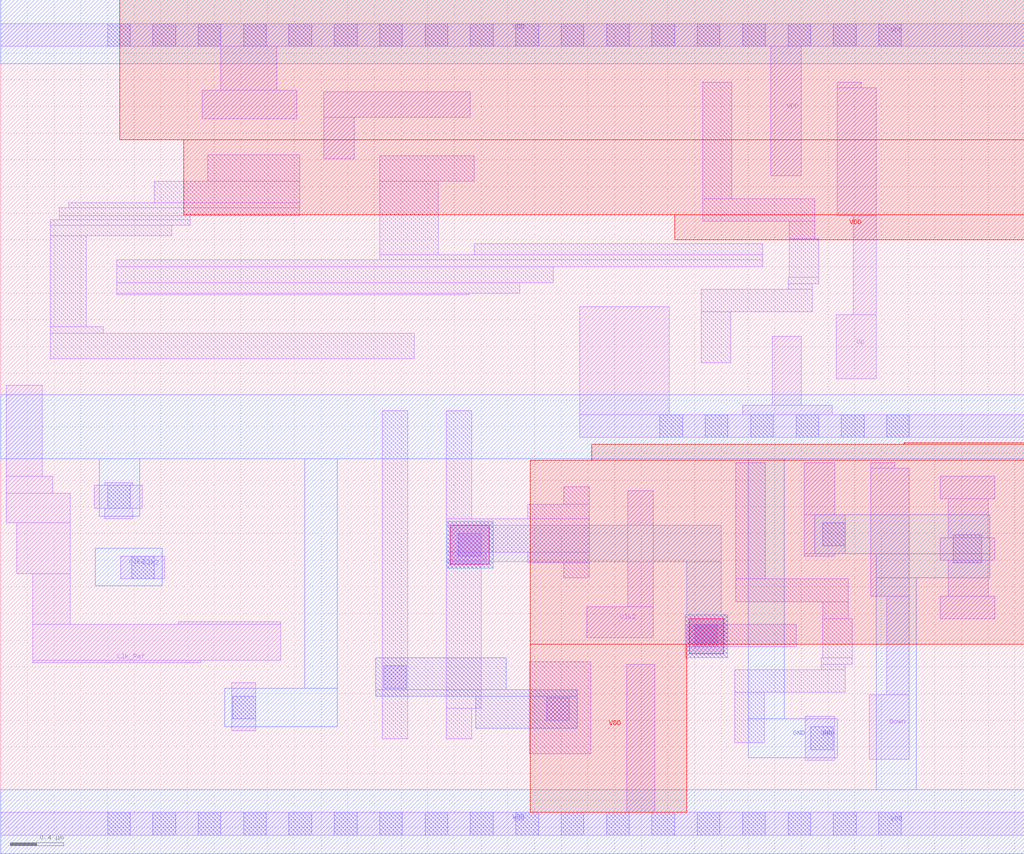
<source format=lef>
VERSION 5.7 ;
  NOWIREEXTENSIONATPIN ON ;
  DIVIDERCHAR "/" ;
  BUSBITCHARS "[]" ;
MACRO PFD
  CLASS CORE ;
  FOREIGN PFD ;
  ORIGIN 0.000 0.000 ;
  SIZE 7.670 BY 6.400 ;
  SITE unithddb1 ;
  PIN Clk_Ref
    DIRECTION INPUT ;
    USE SIGNAL ;
    ANTENNAGATEAREA 0.879000 ;
    ANTENNADIFFAREA 0.214500 ;
    PORT
      LAYER li1 ;
        RECT 2.420 5.520 3.520 5.710 ;
        RECT 2.420 5.210 2.650 5.520 ;
        RECT 0.040 2.830 0.310 3.510 ;
        RECT 0.040 2.700 0.390 2.830 ;
        RECT 0.040 2.480 0.520 2.700 ;
        RECT 0.120 2.100 0.520 2.480 ;
        RECT 0.240 1.720 0.520 2.100 ;
        RECT 1.330 1.720 2.100 1.740 ;
        RECT 0.240 1.450 2.100 1.720 ;
        RECT 0.240 1.430 1.500 1.450 ;
    END
  END Clk_Ref
  PIN Up
    DIRECTION OUTPUT ;
    USE SIGNAL ;
    ANTENNADIFFAREA 0.427200 ;
    PORT
      LAYER li1 ;
        RECT 6.270 5.740 6.450 5.780 ;
        RECT 6.270 4.780 6.560 5.740 ;
        RECT 6.390 4.040 6.560 4.780 ;
        RECT 6.260 3.560 6.560 4.040 ;
    END
  END Up
  PIN Down
    DIRECTION OUTPUT ;
    USE SIGNAL ;
    ANTENNADIFFAREA 0.427200 ;
    PORT
      LAYER li1 ;
        RECT 6.520 2.890 6.700 2.930 ;
        RECT 6.520 1.930 6.810 2.890 ;
        RECT 6.640 1.190 6.810 1.930 ;
        RECT 6.510 0.710 6.810 1.190 ;
    END
  END Down
  PIN Clk2
    DIRECTION INPUT ;
    USE SIGNAL ;
    ANTENNAGATEAREA 0.879000 ;
    ANTENNADIFFAREA 0.214500 ;
    PORT
      LAYER li1 ;
        RECT 0.900 2.060 1.230 2.230 ;
        RECT 4.700 1.850 4.890 2.720 ;
        RECT 4.390 1.620 4.890 1.850 ;
      LAYER mcon ;
        RECT 0.980 2.060 1.150 2.230 ;
      LAYER met1 ;
        RECT 0.710 2.010 1.210 2.290 ;
    END
  END Clk2
  PIN GND
    DIRECTION INOUT ;
    USE GROUND ;
    PORT
      LAYER li1 ;
        RECT 4.340 3.290 5.010 4.100 ;
        RECT 5.780 3.360 6.000 3.880 ;
        RECT 5.560 3.290 6.230 3.360 ;
        RECT 4.340 3.120 7.670 3.290 ;
        RECT 0.780 2.760 0.990 2.780 ;
        RECT 0.700 2.590 1.060 2.760 ;
        RECT 0.780 2.510 0.990 2.590 ;
        RECT 1.730 0.920 1.910 1.280 ;
        RECT 6.030 0.700 6.250 1.030 ;
      LAYER mcon ;
        RECT 4.940 3.120 5.110 3.290 ;
        RECT 5.280 3.120 5.450 3.290 ;
        RECT 5.620 3.120 5.790 3.290 ;
        RECT 5.960 3.120 6.130 3.290 ;
        RECT 6.300 3.120 6.470 3.290 ;
        RECT 6.640 3.120 6.810 3.290 ;
        RECT 0.800 2.590 0.970 2.760 ;
        RECT 1.740 1.010 1.910 1.180 ;
        RECT 6.070 0.780 6.240 0.950 ;
      LAYER met1 ;
        RECT 0.000 2.960 7.670 3.440 ;
        RECT 0.740 2.530 1.040 2.960 ;
        RECT 2.280 1.240 2.520 2.960 ;
        RECT 1.680 0.950 2.520 1.240 ;
        RECT 5.600 1.010 5.870 2.960 ;
        RECT 5.600 0.720 6.270 1.010 ;
    END
  END GND
  PIN VDD
    DIRECTION INOUT ;
    USE POWER ;
    PORT
      LAYER nwell ;
        RECT 0.890 5.350 7.670 6.400 ;
        RECT 1.370 4.790 7.670 5.350 ;
        RECT 5.050 4.600 7.670 4.790 ;
      LAYER li1 ;
        RECT 0.000 6.050 7.670 6.220 ;
        RECT 1.650 5.720 2.070 6.050 ;
        RECT 1.510 5.510 2.220 5.720 ;
        RECT 5.770 5.080 6.000 6.050 ;
      LAYER mcon ;
        RECT 0.800 6.050 0.970 6.220 ;
        RECT 1.140 6.050 1.310 6.220 ;
        RECT 1.480 6.050 1.650 6.220 ;
        RECT 1.820 6.050 1.990 6.220 ;
        RECT 2.160 6.050 2.330 6.220 ;
        RECT 2.500 6.050 2.670 6.220 ;
        RECT 2.840 6.050 3.010 6.220 ;
        RECT 3.180 6.050 3.350 6.220 ;
        RECT 3.520 6.050 3.690 6.220 ;
        RECT 3.860 6.050 4.030 6.220 ;
        RECT 4.200 6.050 4.370 6.220 ;
        RECT 4.540 6.050 4.710 6.220 ;
        RECT 4.880 6.050 5.050 6.220 ;
        RECT 5.220 6.050 5.390 6.220 ;
        RECT 5.560 6.050 5.730 6.220 ;
        RECT 5.900 6.050 6.070 6.220 ;
        RECT 6.240 6.050 6.410 6.220 ;
        RECT 6.580 6.050 6.750 6.220 ;
      LAYER met1 ;
        RECT 0.000 5.920 7.670 6.400 ;
    END
    PORT
      LAYER nwell ;
        RECT 6.770 3.070 7.670 3.080 ;
        RECT 4.430 2.950 7.670 3.070 ;
        RECT 3.970 1.570 7.670 2.950 ;
        RECT 3.970 0.310 5.140 1.570 ;
      LAYER li1 ;
        RECT 6.020 2.540 6.250 2.930 ;
        RECT 7.040 2.660 7.450 2.830 ;
        RECT 6.020 2.250 6.330 2.540 ;
        RECT 7.100 2.370 7.400 2.660 ;
        RECT 6.020 2.230 6.250 2.250 ;
        RECT 7.040 2.200 7.450 2.370 ;
        RECT 7.100 1.930 7.400 2.200 ;
        RECT 7.040 1.760 7.450 1.930 ;
        RECT 4.690 0.310 4.900 1.420 ;
        RECT 0.000 0.140 7.670 0.310 ;
      LAYER mcon ;
        RECT 6.160 2.310 6.330 2.480 ;
        RECT 7.140 2.180 7.350 2.390 ;
        RECT 0.800 0.140 0.970 0.310 ;
        RECT 1.140 0.140 1.310 0.310 ;
        RECT 1.480 0.140 1.650 0.310 ;
        RECT 1.820 0.140 1.990 0.310 ;
        RECT 2.160 0.140 2.330 0.310 ;
        RECT 2.500 0.140 2.670 0.310 ;
        RECT 2.840 0.140 3.010 0.310 ;
        RECT 3.180 0.140 3.350 0.310 ;
        RECT 3.520 0.140 3.690 0.310 ;
        RECT 3.860 0.140 4.030 0.310 ;
        RECT 4.200 0.140 4.370 0.310 ;
        RECT 4.540 0.140 4.710 0.310 ;
        RECT 4.880 0.140 5.050 0.310 ;
        RECT 5.220 0.140 5.390 0.310 ;
        RECT 5.560 0.140 5.730 0.310 ;
        RECT 5.900 0.140 6.070 0.310 ;
        RECT 6.240 0.140 6.410 0.310 ;
        RECT 6.580 0.140 6.750 0.310 ;
      LAYER met1 ;
        RECT 6.100 2.250 7.410 2.540 ;
        RECT 6.560 2.070 7.410 2.250 ;
        RECT 6.560 0.480 6.860 2.070 ;
        RECT 0.000 0.000 7.670 0.480 ;
    END
  END VDD
  OBS
      LAYER li1 ;
        RECT 1.550 5.040 2.240 5.240 ;
        RECT 1.150 4.880 2.240 5.040 ;
        RECT 0.510 4.840 2.240 4.880 ;
        RECT 0.440 4.780 2.240 4.840 ;
        RECT 2.840 5.040 3.550 5.230 ;
        RECT 0.440 4.750 1.420 4.780 ;
        RECT 0.370 4.710 1.420 4.750 ;
        RECT 0.370 4.630 1.280 4.710 ;
        RECT 0.370 3.950 0.640 4.630 ;
        RECT 2.840 4.490 3.280 5.040 ;
        RECT 5.260 4.910 5.480 5.780 ;
        RECT 5.260 4.740 6.100 4.910 ;
        RECT 5.910 4.610 6.100 4.740 ;
        RECT 3.550 4.490 5.710 4.570 ;
        RECT 2.840 4.450 5.710 4.490 ;
        RECT 0.870 4.400 5.710 4.450 ;
        RECT 0.870 4.280 4.140 4.400 ;
        RECT 5.910 4.320 6.130 4.610 ;
        RECT 0.870 4.200 3.890 4.280 ;
        RECT 5.900 4.270 6.130 4.320 ;
        RECT 5.900 4.230 6.080 4.270 ;
        RECT 0.870 4.190 3.510 4.200 ;
        RECT 5.250 4.060 6.080 4.230 ;
        RECT 0.370 3.900 0.770 3.950 ;
        RECT 0.370 3.710 3.100 3.900 ;
        RECT 5.250 3.680 5.470 4.060 ;
        RECT 2.860 0.860 3.050 3.320 ;
        RECT 3.340 2.510 3.530 3.320 ;
        RECT 4.220 2.620 4.410 2.750 ;
        RECT 3.950 2.510 4.410 2.620 ;
        RECT 3.340 2.260 4.410 2.510 ;
        RECT 3.340 2.200 3.640 2.260 ;
        RECT 3.340 1.090 3.600 2.200 ;
        RECT 3.950 2.180 4.410 2.260 ;
        RECT 4.220 2.070 4.410 2.180 ;
        RECT 5.510 2.060 5.730 2.930 ;
        RECT 5.510 1.890 6.350 2.060 ;
        RECT 6.160 1.760 6.350 1.890 ;
        RECT 5.140 1.550 5.960 1.720 ;
        RECT 6.160 1.470 6.380 1.760 ;
        RECT 3.340 0.860 3.530 1.090 ;
        RECT 3.960 0.750 4.420 1.440 ;
        RECT 6.150 1.420 6.380 1.470 ;
        RECT 6.150 1.380 6.330 1.420 ;
        RECT 5.500 1.210 6.330 1.380 ;
        RECT 5.500 0.830 5.720 1.210 ;
      LAYER mcon ;
        RECT 2.870 1.240 3.040 1.410 ;
        RECT 3.430 2.230 3.600 2.400 ;
        RECT 5.200 1.550 5.370 1.720 ;
        RECT 4.090 1.000 4.260 1.170 ;
      LAYER met1 ;
        RECT 3.340 2.140 3.690 2.490 ;
        RECT 5.130 1.470 5.450 1.790 ;
        RECT 2.810 1.230 3.790 1.470 ;
        RECT 2.810 1.180 4.320 1.230 ;
        RECT 3.560 0.940 4.320 1.180 ;
      LAYER via ;
        RECT 3.370 2.170 3.660 2.460 ;
        RECT 5.160 1.500 5.420 1.760 ;
      LAYER met2 ;
        RECT 3.340 2.460 3.690 2.490 ;
        RECT 3.340 2.190 5.400 2.460 ;
        RECT 3.340 2.140 3.690 2.190 ;
        RECT 5.140 1.790 5.400 2.190 ;
        RECT 5.130 1.470 5.450 1.790 ;
  END
END PFD
END LIBRARY


</source>
